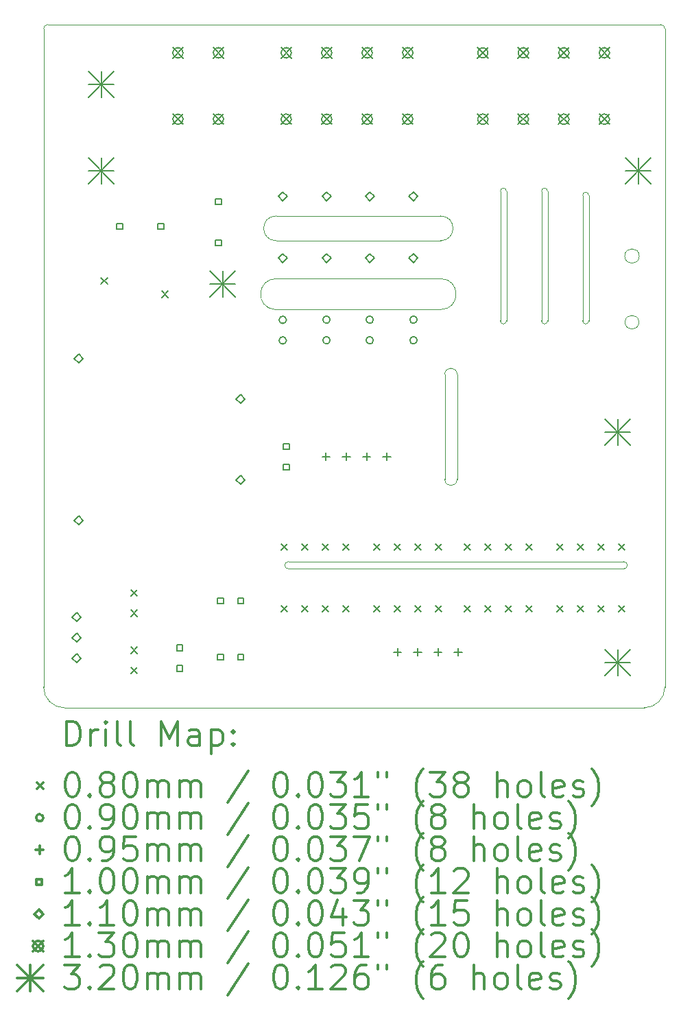
<source format=gbr>
%FSLAX45Y45*%
G04 Gerber Fmt 4.5, Leading zero omitted, Abs format (unit mm)*
G04 Created by KiCad (PCBNEW (5.1.6)-1) date 2021-11-13 02:39:44*
%MOMM*%
%LPD*%
G01*
G04 APERTURE LIST*
%TA.AperFunction,Profile*%
%ADD10C,0.050000*%
%TD*%
%TA.AperFunction,Profile*%
%ADD11C,0.100000*%
%TD*%
%ADD12C,0.200000*%
%ADD13C,0.300000*%
G04 APERTURE END LIST*
D10*
X15386050Y-9404350D02*
G75*
G02*
X15386050Y-9099550I0J152400D01*
G01*
X17418050Y-9099550D02*
G75*
G02*
X17418050Y-9404350I0J-152400D01*
G01*
X19678650Y-13366750D02*
G75*
G02*
X19678650Y-13455650I0J-44450D01*
G01*
X15538450Y-13455650D02*
G75*
G02*
X15538450Y-13366750I0J44450D01*
G01*
X19246850Y-10394950D02*
G75*
G02*
X19170650Y-10394950I-38100J0D01*
G01*
D11*
X19246850Y-8845550D02*
X19246850Y-10394950D01*
X19170650Y-10394950D02*
X19170650Y-8845550D01*
D10*
X19170650Y-8845550D02*
G75*
G02*
X19246850Y-8845550I38100J0D01*
G01*
X18738850Y-10394950D02*
G75*
G02*
X18662650Y-10394950I-38100J0D01*
G01*
D11*
X18738850Y-8794750D02*
X18738850Y-10394950D01*
X18662650Y-10394950D02*
X18662650Y-8794750D01*
D10*
X18662650Y-8794750D02*
G75*
G02*
X18738850Y-8794750I38100J0D01*
G01*
X18154650Y-8794750D02*
G75*
G02*
X18230850Y-8794750I38100J0D01*
G01*
X18230850Y-10394950D02*
G75*
G02*
X18154650Y-10394950I-38100J0D01*
G01*
D11*
X18230850Y-8794750D02*
X18230850Y-10394950D01*
X18154650Y-10394950D02*
X18154650Y-8794750D01*
X17418050Y-9404350D02*
X15386050Y-9404350D01*
X15386050Y-9099550D02*
X17418050Y-9099550D01*
D10*
X12515850Y-6788150D02*
G75*
G02*
X12566650Y-6737350I50800J0D01*
G01*
X17621250Y-12350750D02*
G75*
G02*
X17468850Y-12350750I-76200J0D01*
G01*
X17468850Y-11055350D02*
G75*
G02*
X17621250Y-11055350I76200J0D01*
G01*
D11*
X17621250Y-11055350D02*
X17621250Y-12350750D01*
X17468850Y-12350750D02*
X17468850Y-11055350D01*
X15538450Y-13366750D02*
X19678650Y-13366750D01*
X19678650Y-13455650D02*
X15538450Y-13455650D01*
D10*
X17418050Y-9874250D02*
G75*
G02*
X17418050Y-10255250I0J-190500D01*
G01*
X20135850Y-6737350D02*
G75*
G02*
X20186650Y-6788150I0J-50800D01*
G01*
X20186650Y-14916150D02*
G75*
G02*
X19932650Y-15170150I-254000J0D01*
G01*
X12769850Y-15170150D02*
G75*
G02*
X12515850Y-14916150I0J254000D01*
G01*
X19865681Y-10411120D02*
G75*
G03*
X19865681Y-10411120I-85431J0D01*
G01*
X19870053Y-9594850D02*
G75*
G03*
X19870053Y-9594850I-89803J0D01*
G01*
X15371490Y-10254693D02*
G75*
G02*
X15386050Y-9874250I14560J189943D01*
G01*
D11*
X15386050Y-9874250D02*
X17418050Y-9874250D01*
X17418050Y-10255250D02*
X15371490Y-10254693D01*
D10*
X12515850Y-14916150D02*
X12515850Y-6788150D01*
X20135850Y-6737350D02*
X12566650Y-6737350D01*
X19932650Y-15170150D02*
X12769850Y-15170150D01*
X20186650Y-14916150D02*
X20186650Y-6788150D01*
D12*
X17706850Y-13147350D02*
X17786850Y-13227350D01*
X17786850Y-13147350D02*
X17706850Y-13227350D01*
X17706850Y-13909350D02*
X17786850Y-13989350D01*
X17786850Y-13909350D02*
X17706850Y-13989350D01*
X17960850Y-13147350D02*
X18040850Y-13227350D01*
X18040850Y-13147350D02*
X17960850Y-13227350D01*
X17960850Y-13909350D02*
X18040850Y-13989350D01*
X18040850Y-13909350D02*
X17960850Y-13989350D01*
X18214850Y-13147350D02*
X18294850Y-13227350D01*
X18294850Y-13147350D02*
X18214850Y-13227350D01*
X18214850Y-13909350D02*
X18294850Y-13989350D01*
X18294850Y-13909350D02*
X18214850Y-13989350D01*
X18468850Y-13147350D02*
X18548850Y-13227350D01*
X18548850Y-13147350D02*
X18468850Y-13227350D01*
X18468850Y-13909350D02*
X18548850Y-13989350D01*
X18548850Y-13909350D02*
X18468850Y-13989350D01*
X15446250Y-13147350D02*
X15526250Y-13227350D01*
X15526250Y-13147350D02*
X15446250Y-13227350D01*
X15446250Y-13909350D02*
X15526250Y-13989350D01*
X15526250Y-13909350D02*
X15446250Y-13989350D01*
X15700250Y-13147350D02*
X15780250Y-13227350D01*
X15780250Y-13147350D02*
X15700250Y-13227350D01*
X15700250Y-13909350D02*
X15780250Y-13989350D01*
X15780250Y-13909350D02*
X15700250Y-13989350D01*
X15954250Y-13147350D02*
X16034250Y-13227350D01*
X16034250Y-13147350D02*
X15954250Y-13227350D01*
X15954250Y-13909350D02*
X16034250Y-13989350D01*
X16034250Y-13909350D02*
X15954250Y-13989350D01*
X16208250Y-13147350D02*
X16288250Y-13227350D01*
X16288250Y-13147350D02*
X16208250Y-13227350D01*
X16208250Y-13909350D02*
X16288250Y-13989350D01*
X16288250Y-13909350D02*
X16208250Y-13989350D01*
X18849850Y-13147350D02*
X18929850Y-13227350D01*
X18929850Y-13147350D02*
X18849850Y-13227350D01*
X18849850Y-13909350D02*
X18929850Y-13989350D01*
X18929850Y-13909350D02*
X18849850Y-13989350D01*
X19103850Y-13147350D02*
X19183850Y-13227350D01*
X19183850Y-13147350D02*
X19103850Y-13227350D01*
X19103850Y-13909350D02*
X19183850Y-13989350D01*
X19183850Y-13909350D02*
X19103850Y-13989350D01*
X19357850Y-13147350D02*
X19437850Y-13227350D01*
X19437850Y-13147350D02*
X19357850Y-13227350D01*
X19357850Y-13909350D02*
X19437850Y-13989350D01*
X19437850Y-13909350D02*
X19357850Y-13989350D01*
X19611850Y-13147350D02*
X19691850Y-13227350D01*
X19691850Y-13147350D02*
X19611850Y-13227350D01*
X19611850Y-13909350D02*
X19691850Y-13989350D01*
X19691850Y-13909350D02*
X19611850Y-13989350D01*
X16589250Y-13147350D02*
X16669250Y-13227350D01*
X16669250Y-13147350D02*
X16589250Y-13227350D01*
X16589250Y-13909350D02*
X16669250Y-13989350D01*
X16669250Y-13909350D02*
X16589250Y-13989350D01*
X16843250Y-13147350D02*
X16923250Y-13227350D01*
X16923250Y-13147350D02*
X16843250Y-13227350D01*
X16843250Y-13909350D02*
X16923250Y-13989350D01*
X16923250Y-13909350D02*
X16843250Y-13989350D01*
X17097250Y-13147350D02*
X17177250Y-13227350D01*
X17177250Y-13147350D02*
X17097250Y-13227350D01*
X17097250Y-13909350D02*
X17177250Y-13989350D01*
X17177250Y-13909350D02*
X17097250Y-13989350D01*
X17351250Y-13147350D02*
X17431250Y-13227350D01*
X17431250Y-13147350D02*
X17351250Y-13227350D01*
X17351250Y-13909350D02*
X17431250Y-13989350D01*
X17431250Y-13909350D02*
X17351250Y-13989350D01*
X13593450Y-13711750D02*
X13673450Y-13791750D01*
X13673450Y-13711750D02*
X13593450Y-13791750D01*
X13593450Y-13961750D02*
X13673450Y-14041750D01*
X13673450Y-13961750D02*
X13593450Y-14041750D01*
X13224450Y-9861417D02*
X13304450Y-9941417D01*
X13304450Y-9861417D02*
X13224450Y-9941417D01*
X13974450Y-10024750D02*
X14054450Y-10104750D01*
X14054450Y-10024750D02*
X13974450Y-10104750D01*
X13593450Y-14418950D02*
X13673450Y-14498950D01*
X13673450Y-14418950D02*
X13593450Y-14498950D01*
X13593450Y-14668950D02*
X13673450Y-14748950D01*
X13673450Y-14668950D02*
X13593450Y-14748950D01*
X17127550Y-10380300D02*
G75*
G03*
X17127550Y-10380300I-45000J0D01*
G01*
X17127550Y-10634300D02*
G75*
G03*
X17127550Y-10634300I-45000J0D01*
G01*
X16053350Y-10380300D02*
G75*
G03*
X16053350Y-10380300I-45000J0D01*
G01*
X16053350Y-10634300D02*
G75*
G03*
X16053350Y-10634300I-45000J0D01*
G01*
X15513600Y-10382250D02*
G75*
G03*
X15513600Y-10382250I-45000J0D01*
G01*
X15513600Y-10636250D02*
G75*
G03*
X15513600Y-10636250I-45000J0D01*
G01*
X16587800Y-10380300D02*
G75*
G03*
X16587800Y-10380300I-45000J0D01*
G01*
X16587800Y-10634300D02*
G75*
G03*
X16587800Y-10634300I-45000J0D01*
G01*
X16003650Y-12023850D02*
X16003650Y-12118850D01*
X15956150Y-12071350D02*
X16051150Y-12071350D01*
X16253650Y-12023850D02*
X16253650Y-12118850D01*
X16206150Y-12071350D02*
X16301150Y-12071350D01*
X16503650Y-12023850D02*
X16503650Y-12118850D01*
X16456150Y-12071350D02*
X16551150Y-12071350D01*
X16753650Y-12023850D02*
X16753650Y-12118850D01*
X16706150Y-12071350D02*
X16801150Y-12071350D01*
X16884650Y-14436850D02*
X16884650Y-14531850D01*
X16837150Y-14484350D02*
X16932150Y-14484350D01*
X17134650Y-14436850D02*
X17134650Y-14531850D01*
X17087150Y-14484350D02*
X17182150Y-14484350D01*
X17384650Y-14436850D02*
X17384650Y-14531850D01*
X17337150Y-14484350D02*
X17432150Y-14484350D01*
X17634650Y-14436850D02*
X17634650Y-14531850D01*
X17587150Y-14484350D02*
X17682150Y-14484350D01*
X15548406Y-11979706D02*
X15548406Y-11908994D01*
X15477694Y-11908994D01*
X15477694Y-11979706D01*
X15548406Y-11979706D01*
X15548406Y-12233706D02*
X15548406Y-12162994D01*
X15477694Y-12162994D01*
X15477694Y-12233706D01*
X15548406Y-12233706D01*
X14710206Y-8957106D02*
X14710206Y-8886394D01*
X14639494Y-8886394D01*
X14639494Y-8957106D01*
X14710206Y-8957106D01*
X14710206Y-9465106D02*
X14710206Y-9394394D01*
X14639494Y-9394394D01*
X14639494Y-9465106D01*
X14710206Y-9465106D01*
X14232686Y-14466366D02*
X14232686Y-14395654D01*
X14161974Y-14395654D01*
X14161974Y-14466366D01*
X14232686Y-14466366D01*
X14232686Y-14720366D02*
X14232686Y-14649654D01*
X14161974Y-14649654D01*
X14161974Y-14720366D01*
X14232686Y-14720366D01*
X14735606Y-13884706D02*
X14735606Y-13813994D01*
X14664894Y-13813994D01*
X14664894Y-13884706D01*
X14735606Y-13884706D01*
X14985606Y-13884706D02*
X14985606Y-13813994D01*
X14914894Y-13813994D01*
X14914894Y-13884706D01*
X14985606Y-13884706D01*
X13491006Y-9261906D02*
X13491006Y-9191194D01*
X13420294Y-9191194D01*
X13420294Y-9261906D01*
X13491006Y-9261906D01*
X13999006Y-9261906D02*
X13999006Y-9191194D01*
X13928294Y-9191194D01*
X13928294Y-9261906D01*
X13999006Y-9261906D01*
X14734526Y-14580666D02*
X14734526Y-14509954D01*
X14663814Y-14509954D01*
X14663814Y-14580666D01*
X14734526Y-14580666D01*
X14984526Y-14580666D02*
X14984526Y-14509954D01*
X14913814Y-14509954D01*
X14913814Y-14580666D01*
X14984526Y-14580666D01*
X16008350Y-8911300D02*
X16063350Y-8856300D01*
X16008350Y-8801300D01*
X15953350Y-8856300D01*
X16008350Y-8911300D01*
X16008350Y-9673300D02*
X16063350Y-9618300D01*
X16008350Y-9563300D01*
X15953350Y-9618300D01*
X16008350Y-9673300D01*
X15468600Y-8913250D02*
X15523600Y-8858250D01*
X15468600Y-8803250D01*
X15413600Y-8858250D01*
X15468600Y-8913250D01*
X15468600Y-9675250D02*
X15523600Y-9620250D01*
X15468600Y-9565250D01*
X15413600Y-9620250D01*
X15468600Y-9675250D01*
X16542800Y-8911300D02*
X16597800Y-8856300D01*
X16542800Y-8801300D01*
X16487800Y-8856300D01*
X16542800Y-8911300D01*
X16542800Y-9673300D02*
X16597800Y-9618300D01*
X16542800Y-9563300D01*
X16487800Y-9618300D01*
X16542800Y-9673300D01*
X12947650Y-10913750D02*
X13002650Y-10858750D01*
X12947650Y-10803750D01*
X12892650Y-10858750D01*
X12947650Y-10913750D01*
X12947650Y-12913750D02*
X13002650Y-12858750D01*
X12947650Y-12803750D01*
X12892650Y-12858750D01*
X12947650Y-12913750D01*
X14947650Y-11413750D02*
X15002650Y-11358750D01*
X14947650Y-11303750D01*
X14892650Y-11358750D01*
X14947650Y-11413750D01*
X14947650Y-12413750D02*
X15002650Y-12358750D01*
X14947650Y-12303750D01*
X14892650Y-12358750D01*
X14947650Y-12413750D01*
X17082550Y-8911300D02*
X17137550Y-8856300D01*
X17082550Y-8801300D01*
X17027550Y-8856300D01*
X17082550Y-8911300D01*
X17082550Y-9673300D02*
X17137550Y-9618300D01*
X17082550Y-9563300D01*
X17027550Y-9618300D01*
X17082550Y-9673300D01*
X12922250Y-14107550D02*
X12977250Y-14052550D01*
X12922250Y-13997550D01*
X12867250Y-14052550D01*
X12922250Y-14107550D01*
X12922250Y-14361550D02*
X12977250Y-14306550D01*
X12922250Y-14251550D01*
X12867250Y-14306550D01*
X12922250Y-14361550D01*
X12922250Y-14615550D02*
X12977250Y-14560550D01*
X12922250Y-14505550D01*
X12867250Y-14560550D01*
X12922250Y-14615550D01*
X17873980Y-7020980D02*
X18003520Y-7150520D01*
X18003520Y-7020980D02*
X17873980Y-7150520D01*
X18003520Y-7085750D02*
G75*
G03*
X18003520Y-7085750I-64770J0D01*
G01*
X17873980Y-7840980D02*
X18003520Y-7970520D01*
X18003520Y-7840980D02*
X17873980Y-7970520D01*
X18003520Y-7905750D02*
G75*
G03*
X18003520Y-7905750I-64770J0D01*
G01*
X18373980Y-7020980D02*
X18503520Y-7150520D01*
X18503520Y-7020980D02*
X18373980Y-7150520D01*
X18503520Y-7085750D02*
G75*
G03*
X18503520Y-7085750I-64770J0D01*
G01*
X18373980Y-7840980D02*
X18503520Y-7970520D01*
X18503520Y-7840980D02*
X18373980Y-7970520D01*
X18503520Y-7905750D02*
G75*
G03*
X18503520Y-7905750I-64770J0D01*
G01*
X18873980Y-7020980D02*
X19003520Y-7150520D01*
X19003520Y-7020980D02*
X18873980Y-7150520D01*
X19003520Y-7085750D02*
G75*
G03*
X19003520Y-7085750I-64770J0D01*
G01*
X18873980Y-7840980D02*
X19003520Y-7970520D01*
X19003520Y-7840980D02*
X18873980Y-7970520D01*
X19003520Y-7905750D02*
G75*
G03*
X19003520Y-7905750I-64770J0D01*
G01*
X19373980Y-7020980D02*
X19503520Y-7150520D01*
X19503520Y-7020980D02*
X19373980Y-7150520D01*
X19503520Y-7085750D02*
G75*
G03*
X19503520Y-7085750I-64770J0D01*
G01*
X19373980Y-7840980D02*
X19503520Y-7970520D01*
X19503520Y-7840980D02*
X19373980Y-7970520D01*
X19503520Y-7905750D02*
G75*
G03*
X19503520Y-7905750I-64770J0D01*
G01*
X15446880Y-7020980D02*
X15576420Y-7150520D01*
X15576420Y-7020980D02*
X15446880Y-7150520D01*
X15576420Y-7085750D02*
G75*
G03*
X15576420Y-7085750I-64770J0D01*
G01*
X15446880Y-7840980D02*
X15576420Y-7970520D01*
X15576420Y-7840980D02*
X15446880Y-7970520D01*
X15576420Y-7905750D02*
G75*
G03*
X15576420Y-7905750I-64770J0D01*
G01*
X15946880Y-7020980D02*
X16076420Y-7150520D01*
X16076420Y-7020980D02*
X15946880Y-7150520D01*
X16076420Y-7085750D02*
G75*
G03*
X16076420Y-7085750I-64770J0D01*
G01*
X15946880Y-7840980D02*
X16076420Y-7970520D01*
X16076420Y-7840980D02*
X15946880Y-7970520D01*
X16076420Y-7905750D02*
G75*
G03*
X16076420Y-7905750I-64770J0D01*
G01*
X16446880Y-7020980D02*
X16576420Y-7150520D01*
X16576420Y-7020980D02*
X16446880Y-7150520D01*
X16576420Y-7085750D02*
G75*
G03*
X16576420Y-7085750I-64770J0D01*
G01*
X16446880Y-7840980D02*
X16576420Y-7970520D01*
X16576420Y-7840980D02*
X16446880Y-7970520D01*
X16576420Y-7905750D02*
G75*
G03*
X16576420Y-7905750I-64770J0D01*
G01*
X16946880Y-7020980D02*
X17076420Y-7150520D01*
X17076420Y-7020980D02*
X16946880Y-7150520D01*
X17076420Y-7085750D02*
G75*
G03*
X17076420Y-7085750I-64770J0D01*
G01*
X16946880Y-7840980D02*
X17076420Y-7970520D01*
X17076420Y-7840980D02*
X16946880Y-7970520D01*
X17076420Y-7905750D02*
G75*
G03*
X17076420Y-7905750I-64770J0D01*
G01*
X14110080Y-7020980D02*
X14239620Y-7150520D01*
X14239620Y-7020980D02*
X14110080Y-7150520D01*
X14239620Y-7085750D02*
G75*
G03*
X14239620Y-7085750I-64770J0D01*
G01*
X14110080Y-7840980D02*
X14239620Y-7970520D01*
X14239620Y-7840980D02*
X14110080Y-7970520D01*
X14239620Y-7905750D02*
G75*
G03*
X14239620Y-7905750I-64770J0D01*
G01*
X14610080Y-7020980D02*
X14739620Y-7150520D01*
X14739620Y-7020980D02*
X14610080Y-7150520D01*
X14739620Y-7085750D02*
G75*
G03*
X14739620Y-7085750I-64770J0D01*
G01*
X14610080Y-7840980D02*
X14739620Y-7970520D01*
X14739620Y-7840980D02*
X14610080Y-7970520D01*
X14739620Y-7905750D02*
G75*
G03*
X14739620Y-7905750I-64770J0D01*
G01*
X19442450Y-11606550D02*
X19762450Y-11926550D01*
X19762450Y-11606550D02*
X19442450Y-11926550D01*
X19602450Y-11606550D02*
X19602450Y-11926550D01*
X19442450Y-11766550D02*
X19762450Y-11766550D01*
X13067050Y-8380750D02*
X13387050Y-8700750D01*
X13387050Y-8380750D02*
X13067050Y-8700750D01*
X13227050Y-8380750D02*
X13227050Y-8700750D01*
X13067050Y-8540750D02*
X13387050Y-8540750D01*
X19442450Y-14451350D02*
X19762450Y-14771350D01*
X19762450Y-14451350D02*
X19442450Y-14771350D01*
X19602450Y-14451350D02*
X19602450Y-14771350D01*
X19442450Y-14611350D02*
X19762450Y-14611350D01*
X19696450Y-8380750D02*
X20016450Y-8700750D01*
X20016450Y-8380750D02*
X19696450Y-8700750D01*
X19856450Y-8380750D02*
X19856450Y-8700750D01*
X19696450Y-8540750D02*
X20016450Y-8540750D01*
X13067050Y-7313950D02*
X13387050Y-7633950D01*
X13387050Y-7313950D02*
X13067050Y-7633950D01*
X13227050Y-7313950D02*
X13227050Y-7633950D01*
X13067050Y-7473950D02*
X13387050Y-7473950D01*
X14565650Y-9777750D02*
X14885650Y-10097750D01*
X14885650Y-9777750D02*
X14565650Y-10097750D01*
X14725650Y-9777750D02*
X14725650Y-10097750D01*
X14565650Y-9937750D02*
X14885650Y-9937750D01*
D13*
X12799778Y-15638364D02*
X12799778Y-15338364D01*
X12871207Y-15338364D01*
X12914064Y-15352650D01*
X12942636Y-15381221D01*
X12956921Y-15409793D01*
X12971207Y-15466936D01*
X12971207Y-15509793D01*
X12956921Y-15566936D01*
X12942636Y-15595507D01*
X12914064Y-15624079D01*
X12871207Y-15638364D01*
X12799778Y-15638364D01*
X13099778Y-15638364D02*
X13099778Y-15438364D01*
X13099778Y-15495507D02*
X13114064Y-15466936D01*
X13128350Y-15452650D01*
X13156921Y-15438364D01*
X13185493Y-15438364D01*
X13285493Y-15638364D02*
X13285493Y-15438364D01*
X13285493Y-15338364D02*
X13271207Y-15352650D01*
X13285493Y-15366936D01*
X13299778Y-15352650D01*
X13285493Y-15338364D01*
X13285493Y-15366936D01*
X13471207Y-15638364D02*
X13442636Y-15624079D01*
X13428350Y-15595507D01*
X13428350Y-15338364D01*
X13628350Y-15638364D02*
X13599778Y-15624079D01*
X13585493Y-15595507D01*
X13585493Y-15338364D01*
X13971207Y-15638364D02*
X13971207Y-15338364D01*
X14071207Y-15552650D01*
X14171207Y-15338364D01*
X14171207Y-15638364D01*
X14442636Y-15638364D02*
X14442636Y-15481221D01*
X14428350Y-15452650D01*
X14399778Y-15438364D01*
X14342636Y-15438364D01*
X14314064Y-15452650D01*
X14442636Y-15624079D02*
X14414064Y-15638364D01*
X14342636Y-15638364D01*
X14314064Y-15624079D01*
X14299778Y-15595507D01*
X14299778Y-15566936D01*
X14314064Y-15538364D01*
X14342636Y-15524079D01*
X14414064Y-15524079D01*
X14442636Y-15509793D01*
X14585493Y-15438364D02*
X14585493Y-15738364D01*
X14585493Y-15452650D02*
X14614064Y-15438364D01*
X14671207Y-15438364D01*
X14699778Y-15452650D01*
X14714064Y-15466936D01*
X14728350Y-15495507D01*
X14728350Y-15581221D01*
X14714064Y-15609793D01*
X14699778Y-15624079D01*
X14671207Y-15638364D01*
X14614064Y-15638364D01*
X14585493Y-15624079D01*
X14856921Y-15609793D02*
X14871207Y-15624079D01*
X14856921Y-15638364D01*
X14842636Y-15624079D01*
X14856921Y-15609793D01*
X14856921Y-15638364D01*
X14856921Y-15452650D02*
X14871207Y-15466936D01*
X14856921Y-15481221D01*
X14842636Y-15466936D01*
X14856921Y-15452650D01*
X14856921Y-15481221D01*
X12433350Y-16092650D02*
X12513350Y-16172650D01*
X12513350Y-16092650D02*
X12433350Y-16172650D01*
X12856921Y-15968364D02*
X12885493Y-15968364D01*
X12914064Y-15982650D01*
X12928350Y-15996936D01*
X12942636Y-16025507D01*
X12956921Y-16082650D01*
X12956921Y-16154079D01*
X12942636Y-16211221D01*
X12928350Y-16239793D01*
X12914064Y-16254079D01*
X12885493Y-16268364D01*
X12856921Y-16268364D01*
X12828350Y-16254079D01*
X12814064Y-16239793D01*
X12799778Y-16211221D01*
X12785493Y-16154079D01*
X12785493Y-16082650D01*
X12799778Y-16025507D01*
X12814064Y-15996936D01*
X12828350Y-15982650D01*
X12856921Y-15968364D01*
X13085493Y-16239793D02*
X13099778Y-16254079D01*
X13085493Y-16268364D01*
X13071207Y-16254079D01*
X13085493Y-16239793D01*
X13085493Y-16268364D01*
X13271207Y-16096936D02*
X13242636Y-16082650D01*
X13228350Y-16068364D01*
X13214064Y-16039793D01*
X13214064Y-16025507D01*
X13228350Y-15996936D01*
X13242636Y-15982650D01*
X13271207Y-15968364D01*
X13328350Y-15968364D01*
X13356921Y-15982650D01*
X13371207Y-15996936D01*
X13385493Y-16025507D01*
X13385493Y-16039793D01*
X13371207Y-16068364D01*
X13356921Y-16082650D01*
X13328350Y-16096936D01*
X13271207Y-16096936D01*
X13242636Y-16111221D01*
X13228350Y-16125507D01*
X13214064Y-16154079D01*
X13214064Y-16211221D01*
X13228350Y-16239793D01*
X13242636Y-16254079D01*
X13271207Y-16268364D01*
X13328350Y-16268364D01*
X13356921Y-16254079D01*
X13371207Y-16239793D01*
X13385493Y-16211221D01*
X13385493Y-16154079D01*
X13371207Y-16125507D01*
X13356921Y-16111221D01*
X13328350Y-16096936D01*
X13571207Y-15968364D02*
X13599778Y-15968364D01*
X13628350Y-15982650D01*
X13642636Y-15996936D01*
X13656921Y-16025507D01*
X13671207Y-16082650D01*
X13671207Y-16154079D01*
X13656921Y-16211221D01*
X13642636Y-16239793D01*
X13628350Y-16254079D01*
X13599778Y-16268364D01*
X13571207Y-16268364D01*
X13542636Y-16254079D01*
X13528350Y-16239793D01*
X13514064Y-16211221D01*
X13499778Y-16154079D01*
X13499778Y-16082650D01*
X13514064Y-16025507D01*
X13528350Y-15996936D01*
X13542636Y-15982650D01*
X13571207Y-15968364D01*
X13799778Y-16268364D02*
X13799778Y-16068364D01*
X13799778Y-16096936D02*
X13814064Y-16082650D01*
X13842636Y-16068364D01*
X13885493Y-16068364D01*
X13914064Y-16082650D01*
X13928350Y-16111221D01*
X13928350Y-16268364D01*
X13928350Y-16111221D02*
X13942636Y-16082650D01*
X13971207Y-16068364D01*
X14014064Y-16068364D01*
X14042636Y-16082650D01*
X14056921Y-16111221D01*
X14056921Y-16268364D01*
X14199778Y-16268364D02*
X14199778Y-16068364D01*
X14199778Y-16096936D02*
X14214064Y-16082650D01*
X14242636Y-16068364D01*
X14285493Y-16068364D01*
X14314064Y-16082650D01*
X14328350Y-16111221D01*
X14328350Y-16268364D01*
X14328350Y-16111221D02*
X14342636Y-16082650D01*
X14371207Y-16068364D01*
X14414064Y-16068364D01*
X14442636Y-16082650D01*
X14456921Y-16111221D01*
X14456921Y-16268364D01*
X15042636Y-15954079D02*
X14785493Y-16339793D01*
X15428350Y-15968364D02*
X15456921Y-15968364D01*
X15485493Y-15982650D01*
X15499778Y-15996936D01*
X15514064Y-16025507D01*
X15528350Y-16082650D01*
X15528350Y-16154079D01*
X15514064Y-16211221D01*
X15499778Y-16239793D01*
X15485493Y-16254079D01*
X15456921Y-16268364D01*
X15428350Y-16268364D01*
X15399778Y-16254079D01*
X15385493Y-16239793D01*
X15371207Y-16211221D01*
X15356921Y-16154079D01*
X15356921Y-16082650D01*
X15371207Y-16025507D01*
X15385493Y-15996936D01*
X15399778Y-15982650D01*
X15428350Y-15968364D01*
X15656921Y-16239793D02*
X15671207Y-16254079D01*
X15656921Y-16268364D01*
X15642636Y-16254079D01*
X15656921Y-16239793D01*
X15656921Y-16268364D01*
X15856921Y-15968364D02*
X15885493Y-15968364D01*
X15914064Y-15982650D01*
X15928350Y-15996936D01*
X15942636Y-16025507D01*
X15956921Y-16082650D01*
X15956921Y-16154079D01*
X15942636Y-16211221D01*
X15928350Y-16239793D01*
X15914064Y-16254079D01*
X15885493Y-16268364D01*
X15856921Y-16268364D01*
X15828350Y-16254079D01*
X15814064Y-16239793D01*
X15799778Y-16211221D01*
X15785493Y-16154079D01*
X15785493Y-16082650D01*
X15799778Y-16025507D01*
X15814064Y-15996936D01*
X15828350Y-15982650D01*
X15856921Y-15968364D01*
X16056921Y-15968364D02*
X16242636Y-15968364D01*
X16142636Y-16082650D01*
X16185493Y-16082650D01*
X16214064Y-16096936D01*
X16228350Y-16111221D01*
X16242636Y-16139793D01*
X16242636Y-16211221D01*
X16228350Y-16239793D01*
X16214064Y-16254079D01*
X16185493Y-16268364D01*
X16099778Y-16268364D01*
X16071207Y-16254079D01*
X16056921Y-16239793D01*
X16528350Y-16268364D02*
X16356921Y-16268364D01*
X16442636Y-16268364D02*
X16442636Y-15968364D01*
X16414064Y-16011221D01*
X16385493Y-16039793D01*
X16356921Y-16054079D01*
X16642636Y-15968364D02*
X16642636Y-16025507D01*
X16756921Y-15968364D02*
X16756921Y-16025507D01*
X17199778Y-16382650D02*
X17185493Y-16368364D01*
X17156921Y-16325507D01*
X17142636Y-16296936D01*
X17128350Y-16254079D01*
X17114064Y-16182650D01*
X17114064Y-16125507D01*
X17128350Y-16054079D01*
X17142636Y-16011221D01*
X17156921Y-15982650D01*
X17185493Y-15939793D01*
X17199778Y-15925507D01*
X17285493Y-15968364D02*
X17471207Y-15968364D01*
X17371207Y-16082650D01*
X17414064Y-16082650D01*
X17442636Y-16096936D01*
X17456921Y-16111221D01*
X17471207Y-16139793D01*
X17471207Y-16211221D01*
X17456921Y-16239793D01*
X17442636Y-16254079D01*
X17414064Y-16268364D01*
X17328350Y-16268364D01*
X17299778Y-16254079D01*
X17285493Y-16239793D01*
X17642636Y-16096936D02*
X17614064Y-16082650D01*
X17599778Y-16068364D01*
X17585493Y-16039793D01*
X17585493Y-16025507D01*
X17599778Y-15996936D01*
X17614064Y-15982650D01*
X17642636Y-15968364D01*
X17699778Y-15968364D01*
X17728350Y-15982650D01*
X17742636Y-15996936D01*
X17756921Y-16025507D01*
X17756921Y-16039793D01*
X17742636Y-16068364D01*
X17728350Y-16082650D01*
X17699778Y-16096936D01*
X17642636Y-16096936D01*
X17614064Y-16111221D01*
X17599778Y-16125507D01*
X17585493Y-16154079D01*
X17585493Y-16211221D01*
X17599778Y-16239793D01*
X17614064Y-16254079D01*
X17642636Y-16268364D01*
X17699778Y-16268364D01*
X17728350Y-16254079D01*
X17742636Y-16239793D01*
X17756921Y-16211221D01*
X17756921Y-16154079D01*
X17742636Y-16125507D01*
X17728350Y-16111221D01*
X17699778Y-16096936D01*
X18114064Y-16268364D02*
X18114064Y-15968364D01*
X18242636Y-16268364D02*
X18242636Y-16111221D01*
X18228350Y-16082650D01*
X18199778Y-16068364D01*
X18156921Y-16068364D01*
X18128350Y-16082650D01*
X18114064Y-16096936D01*
X18428350Y-16268364D02*
X18399778Y-16254079D01*
X18385493Y-16239793D01*
X18371207Y-16211221D01*
X18371207Y-16125507D01*
X18385493Y-16096936D01*
X18399778Y-16082650D01*
X18428350Y-16068364D01*
X18471207Y-16068364D01*
X18499778Y-16082650D01*
X18514064Y-16096936D01*
X18528350Y-16125507D01*
X18528350Y-16211221D01*
X18514064Y-16239793D01*
X18499778Y-16254079D01*
X18471207Y-16268364D01*
X18428350Y-16268364D01*
X18699778Y-16268364D02*
X18671207Y-16254079D01*
X18656921Y-16225507D01*
X18656921Y-15968364D01*
X18928350Y-16254079D02*
X18899778Y-16268364D01*
X18842636Y-16268364D01*
X18814064Y-16254079D01*
X18799778Y-16225507D01*
X18799778Y-16111221D01*
X18814064Y-16082650D01*
X18842636Y-16068364D01*
X18899778Y-16068364D01*
X18928350Y-16082650D01*
X18942636Y-16111221D01*
X18942636Y-16139793D01*
X18799778Y-16168364D01*
X19056921Y-16254079D02*
X19085493Y-16268364D01*
X19142636Y-16268364D01*
X19171207Y-16254079D01*
X19185493Y-16225507D01*
X19185493Y-16211221D01*
X19171207Y-16182650D01*
X19142636Y-16168364D01*
X19099778Y-16168364D01*
X19071207Y-16154079D01*
X19056921Y-16125507D01*
X19056921Y-16111221D01*
X19071207Y-16082650D01*
X19099778Y-16068364D01*
X19142636Y-16068364D01*
X19171207Y-16082650D01*
X19285493Y-16382650D02*
X19299778Y-16368364D01*
X19328350Y-16325507D01*
X19342636Y-16296936D01*
X19356921Y-16254079D01*
X19371207Y-16182650D01*
X19371207Y-16125507D01*
X19356921Y-16054079D01*
X19342636Y-16011221D01*
X19328350Y-15982650D01*
X19299778Y-15939793D01*
X19285493Y-15925507D01*
X12513350Y-16528650D02*
G75*
G03*
X12513350Y-16528650I-45000J0D01*
G01*
X12856921Y-16364364D02*
X12885493Y-16364364D01*
X12914064Y-16378650D01*
X12928350Y-16392936D01*
X12942636Y-16421507D01*
X12956921Y-16478650D01*
X12956921Y-16550079D01*
X12942636Y-16607221D01*
X12928350Y-16635793D01*
X12914064Y-16650079D01*
X12885493Y-16664364D01*
X12856921Y-16664364D01*
X12828350Y-16650079D01*
X12814064Y-16635793D01*
X12799778Y-16607221D01*
X12785493Y-16550079D01*
X12785493Y-16478650D01*
X12799778Y-16421507D01*
X12814064Y-16392936D01*
X12828350Y-16378650D01*
X12856921Y-16364364D01*
X13085493Y-16635793D02*
X13099778Y-16650079D01*
X13085493Y-16664364D01*
X13071207Y-16650079D01*
X13085493Y-16635793D01*
X13085493Y-16664364D01*
X13242636Y-16664364D02*
X13299778Y-16664364D01*
X13328350Y-16650079D01*
X13342636Y-16635793D01*
X13371207Y-16592936D01*
X13385493Y-16535793D01*
X13385493Y-16421507D01*
X13371207Y-16392936D01*
X13356921Y-16378650D01*
X13328350Y-16364364D01*
X13271207Y-16364364D01*
X13242636Y-16378650D01*
X13228350Y-16392936D01*
X13214064Y-16421507D01*
X13214064Y-16492936D01*
X13228350Y-16521507D01*
X13242636Y-16535793D01*
X13271207Y-16550079D01*
X13328350Y-16550079D01*
X13356921Y-16535793D01*
X13371207Y-16521507D01*
X13385493Y-16492936D01*
X13571207Y-16364364D02*
X13599778Y-16364364D01*
X13628350Y-16378650D01*
X13642636Y-16392936D01*
X13656921Y-16421507D01*
X13671207Y-16478650D01*
X13671207Y-16550079D01*
X13656921Y-16607221D01*
X13642636Y-16635793D01*
X13628350Y-16650079D01*
X13599778Y-16664364D01*
X13571207Y-16664364D01*
X13542636Y-16650079D01*
X13528350Y-16635793D01*
X13514064Y-16607221D01*
X13499778Y-16550079D01*
X13499778Y-16478650D01*
X13514064Y-16421507D01*
X13528350Y-16392936D01*
X13542636Y-16378650D01*
X13571207Y-16364364D01*
X13799778Y-16664364D02*
X13799778Y-16464364D01*
X13799778Y-16492936D02*
X13814064Y-16478650D01*
X13842636Y-16464364D01*
X13885493Y-16464364D01*
X13914064Y-16478650D01*
X13928350Y-16507221D01*
X13928350Y-16664364D01*
X13928350Y-16507221D02*
X13942636Y-16478650D01*
X13971207Y-16464364D01*
X14014064Y-16464364D01*
X14042636Y-16478650D01*
X14056921Y-16507221D01*
X14056921Y-16664364D01*
X14199778Y-16664364D02*
X14199778Y-16464364D01*
X14199778Y-16492936D02*
X14214064Y-16478650D01*
X14242636Y-16464364D01*
X14285493Y-16464364D01*
X14314064Y-16478650D01*
X14328350Y-16507221D01*
X14328350Y-16664364D01*
X14328350Y-16507221D02*
X14342636Y-16478650D01*
X14371207Y-16464364D01*
X14414064Y-16464364D01*
X14442636Y-16478650D01*
X14456921Y-16507221D01*
X14456921Y-16664364D01*
X15042636Y-16350079D02*
X14785493Y-16735793D01*
X15428350Y-16364364D02*
X15456921Y-16364364D01*
X15485493Y-16378650D01*
X15499778Y-16392936D01*
X15514064Y-16421507D01*
X15528350Y-16478650D01*
X15528350Y-16550079D01*
X15514064Y-16607221D01*
X15499778Y-16635793D01*
X15485493Y-16650079D01*
X15456921Y-16664364D01*
X15428350Y-16664364D01*
X15399778Y-16650079D01*
X15385493Y-16635793D01*
X15371207Y-16607221D01*
X15356921Y-16550079D01*
X15356921Y-16478650D01*
X15371207Y-16421507D01*
X15385493Y-16392936D01*
X15399778Y-16378650D01*
X15428350Y-16364364D01*
X15656921Y-16635793D02*
X15671207Y-16650079D01*
X15656921Y-16664364D01*
X15642636Y-16650079D01*
X15656921Y-16635793D01*
X15656921Y-16664364D01*
X15856921Y-16364364D02*
X15885493Y-16364364D01*
X15914064Y-16378650D01*
X15928350Y-16392936D01*
X15942636Y-16421507D01*
X15956921Y-16478650D01*
X15956921Y-16550079D01*
X15942636Y-16607221D01*
X15928350Y-16635793D01*
X15914064Y-16650079D01*
X15885493Y-16664364D01*
X15856921Y-16664364D01*
X15828350Y-16650079D01*
X15814064Y-16635793D01*
X15799778Y-16607221D01*
X15785493Y-16550079D01*
X15785493Y-16478650D01*
X15799778Y-16421507D01*
X15814064Y-16392936D01*
X15828350Y-16378650D01*
X15856921Y-16364364D01*
X16056921Y-16364364D02*
X16242636Y-16364364D01*
X16142636Y-16478650D01*
X16185493Y-16478650D01*
X16214064Y-16492936D01*
X16228350Y-16507221D01*
X16242636Y-16535793D01*
X16242636Y-16607221D01*
X16228350Y-16635793D01*
X16214064Y-16650079D01*
X16185493Y-16664364D01*
X16099778Y-16664364D01*
X16071207Y-16650079D01*
X16056921Y-16635793D01*
X16514064Y-16364364D02*
X16371207Y-16364364D01*
X16356921Y-16507221D01*
X16371207Y-16492936D01*
X16399778Y-16478650D01*
X16471207Y-16478650D01*
X16499778Y-16492936D01*
X16514064Y-16507221D01*
X16528350Y-16535793D01*
X16528350Y-16607221D01*
X16514064Y-16635793D01*
X16499778Y-16650079D01*
X16471207Y-16664364D01*
X16399778Y-16664364D01*
X16371207Y-16650079D01*
X16356921Y-16635793D01*
X16642636Y-16364364D02*
X16642636Y-16421507D01*
X16756921Y-16364364D02*
X16756921Y-16421507D01*
X17199778Y-16778650D02*
X17185493Y-16764364D01*
X17156921Y-16721507D01*
X17142636Y-16692936D01*
X17128350Y-16650079D01*
X17114064Y-16578650D01*
X17114064Y-16521507D01*
X17128350Y-16450079D01*
X17142636Y-16407221D01*
X17156921Y-16378650D01*
X17185493Y-16335793D01*
X17199778Y-16321507D01*
X17356921Y-16492936D02*
X17328350Y-16478650D01*
X17314064Y-16464364D01*
X17299778Y-16435793D01*
X17299778Y-16421507D01*
X17314064Y-16392936D01*
X17328350Y-16378650D01*
X17356921Y-16364364D01*
X17414064Y-16364364D01*
X17442636Y-16378650D01*
X17456921Y-16392936D01*
X17471207Y-16421507D01*
X17471207Y-16435793D01*
X17456921Y-16464364D01*
X17442636Y-16478650D01*
X17414064Y-16492936D01*
X17356921Y-16492936D01*
X17328350Y-16507221D01*
X17314064Y-16521507D01*
X17299778Y-16550079D01*
X17299778Y-16607221D01*
X17314064Y-16635793D01*
X17328350Y-16650079D01*
X17356921Y-16664364D01*
X17414064Y-16664364D01*
X17442636Y-16650079D01*
X17456921Y-16635793D01*
X17471207Y-16607221D01*
X17471207Y-16550079D01*
X17456921Y-16521507D01*
X17442636Y-16507221D01*
X17414064Y-16492936D01*
X17828350Y-16664364D02*
X17828350Y-16364364D01*
X17956921Y-16664364D02*
X17956921Y-16507221D01*
X17942636Y-16478650D01*
X17914064Y-16464364D01*
X17871207Y-16464364D01*
X17842636Y-16478650D01*
X17828350Y-16492936D01*
X18142636Y-16664364D02*
X18114064Y-16650079D01*
X18099778Y-16635793D01*
X18085493Y-16607221D01*
X18085493Y-16521507D01*
X18099778Y-16492936D01*
X18114064Y-16478650D01*
X18142636Y-16464364D01*
X18185493Y-16464364D01*
X18214064Y-16478650D01*
X18228350Y-16492936D01*
X18242636Y-16521507D01*
X18242636Y-16607221D01*
X18228350Y-16635793D01*
X18214064Y-16650079D01*
X18185493Y-16664364D01*
X18142636Y-16664364D01*
X18414064Y-16664364D02*
X18385493Y-16650079D01*
X18371207Y-16621507D01*
X18371207Y-16364364D01*
X18642636Y-16650079D02*
X18614064Y-16664364D01*
X18556921Y-16664364D01*
X18528350Y-16650079D01*
X18514064Y-16621507D01*
X18514064Y-16507221D01*
X18528350Y-16478650D01*
X18556921Y-16464364D01*
X18614064Y-16464364D01*
X18642636Y-16478650D01*
X18656921Y-16507221D01*
X18656921Y-16535793D01*
X18514064Y-16564364D01*
X18771207Y-16650079D02*
X18799778Y-16664364D01*
X18856921Y-16664364D01*
X18885493Y-16650079D01*
X18899778Y-16621507D01*
X18899778Y-16607221D01*
X18885493Y-16578650D01*
X18856921Y-16564364D01*
X18814064Y-16564364D01*
X18785493Y-16550079D01*
X18771207Y-16521507D01*
X18771207Y-16507221D01*
X18785493Y-16478650D01*
X18814064Y-16464364D01*
X18856921Y-16464364D01*
X18885493Y-16478650D01*
X18999778Y-16778650D02*
X19014064Y-16764364D01*
X19042636Y-16721507D01*
X19056921Y-16692936D01*
X19071207Y-16650079D01*
X19085493Y-16578650D01*
X19085493Y-16521507D01*
X19071207Y-16450079D01*
X19056921Y-16407221D01*
X19042636Y-16378650D01*
X19014064Y-16335793D01*
X18999778Y-16321507D01*
X12465850Y-16877150D02*
X12465850Y-16972150D01*
X12418350Y-16924650D02*
X12513350Y-16924650D01*
X12856921Y-16760364D02*
X12885493Y-16760364D01*
X12914064Y-16774650D01*
X12928350Y-16788936D01*
X12942636Y-16817507D01*
X12956921Y-16874650D01*
X12956921Y-16946079D01*
X12942636Y-17003222D01*
X12928350Y-17031793D01*
X12914064Y-17046079D01*
X12885493Y-17060364D01*
X12856921Y-17060364D01*
X12828350Y-17046079D01*
X12814064Y-17031793D01*
X12799778Y-17003222D01*
X12785493Y-16946079D01*
X12785493Y-16874650D01*
X12799778Y-16817507D01*
X12814064Y-16788936D01*
X12828350Y-16774650D01*
X12856921Y-16760364D01*
X13085493Y-17031793D02*
X13099778Y-17046079D01*
X13085493Y-17060364D01*
X13071207Y-17046079D01*
X13085493Y-17031793D01*
X13085493Y-17060364D01*
X13242636Y-17060364D02*
X13299778Y-17060364D01*
X13328350Y-17046079D01*
X13342636Y-17031793D01*
X13371207Y-16988936D01*
X13385493Y-16931793D01*
X13385493Y-16817507D01*
X13371207Y-16788936D01*
X13356921Y-16774650D01*
X13328350Y-16760364D01*
X13271207Y-16760364D01*
X13242636Y-16774650D01*
X13228350Y-16788936D01*
X13214064Y-16817507D01*
X13214064Y-16888936D01*
X13228350Y-16917507D01*
X13242636Y-16931793D01*
X13271207Y-16946079D01*
X13328350Y-16946079D01*
X13356921Y-16931793D01*
X13371207Y-16917507D01*
X13385493Y-16888936D01*
X13656921Y-16760364D02*
X13514064Y-16760364D01*
X13499778Y-16903222D01*
X13514064Y-16888936D01*
X13542636Y-16874650D01*
X13614064Y-16874650D01*
X13642636Y-16888936D01*
X13656921Y-16903222D01*
X13671207Y-16931793D01*
X13671207Y-17003222D01*
X13656921Y-17031793D01*
X13642636Y-17046079D01*
X13614064Y-17060364D01*
X13542636Y-17060364D01*
X13514064Y-17046079D01*
X13499778Y-17031793D01*
X13799778Y-17060364D02*
X13799778Y-16860364D01*
X13799778Y-16888936D02*
X13814064Y-16874650D01*
X13842636Y-16860364D01*
X13885493Y-16860364D01*
X13914064Y-16874650D01*
X13928350Y-16903222D01*
X13928350Y-17060364D01*
X13928350Y-16903222D02*
X13942636Y-16874650D01*
X13971207Y-16860364D01*
X14014064Y-16860364D01*
X14042636Y-16874650D01*
X14056921Y-16903222D01*
X14056921Y-17060364D01*
X14199778Y-17060364D02*
X14199778Y-16860364D01*
X14199778Y-16888936D02*
X14214064Y-16874650D01*
X14242636Y-16860364D01*
X14285493Y-16860364D01*
X14314064Y-16874650D01*
X14328350Y-16903222D01*
X14328350Y-17060364D01*
X14328350Y-16903222D02*
X14342636Y-16874650D01*
X14371207Y-16860364D01*
X14414064Y-16860364D01*
X14442636Y-16874650D01*
X14456921Y-16903222D01*
X14456921Y-17060364D01*
X15042636Y-16746079D02*
X14785493Y-17131793D01*
X15428350Y-16760364D02*
X15456921Y-16760364D01*
X15485493Y-16774650D01*
X15499778Y-16788936D01*
X15514064Y-16817507D01*
X15528350Y-16874650D01*
X15528350Y-16946079D01*
X15514064Y-17003222D01*
X15499778Y-17031793D01*
X15485493Y-17046079D01*
X15456921Y-17060364D01*
X15428350Y-17060364D01*
X15399778Y-17046079D01*
X15385493Y-17031793D01*
X15371207Y-17003222D01*
X15356921Y-16946079D01*
X15356921Y-16874650D01*
X15371207Y-16817507D01*
X15385493Y-16788936D01*
X15399778Y-16774650D01*
X15428350Y-16760364D01*
X15656921Y-17031793D02*
X15671207Y-17046079D01*
X15656921Y-17060364D01*
X15642636Y-17046079D01*
X15656921Y-17031793D01*
X15656921Y-17060364D01*
X15856921Y-16760364D02*
X15885493Y-16760364D01*
X15914064Y-16774650D01*
X15928350Y-16788936D01*
X15942636Y-16817507D01*
X15956921Y-16874650D01*
X15956921Y-16946079D01*
X15942636Y-17003222D01*
X15928350Y-17031793D01*
X15914064Y-17046079D01*
X15885493Y-17060364D01*
X15856921Y-17060364D01*
X15828350Y-17046079D01*
X15814064Y-17031793D01*
X15799778Y-17003222D01*
X15785493Y-16946079D01*
X15785493Y-16874650D01*
X15799778Y-16817507D01*
X15814064Y-16788936D01*
X15828350Y-16774650D01*
X15856921Y-16760364D01*
X16056921Y-16760364D02*
X16242636Y-16760364D01*
X16142636Y-16874650D01*
X16185493Y-16874650D01*
X16214064Y-16888936D01*
X16228350Y-16903222D01*
X16242636Y-16931793D01*
X16242636Y-17003222D01*
X16228350Y-17031793D01*
X16214064Y-17046079D01*
X16185493Y-17060364D01*
X16099778Y-17060364D01*
X16071207Y-17046079D01*
X16056921Y-17031793D01*
X16342636Y-16760364D02*
X16542636Y-16760364D01*
X16414064Y-17060364D01*
X16642636Y-16760364D02*
X16642636Y-16817507D01*
X16756921Y-16760364D02*
X16756921Y-16817507D01*
X17199778Y-17174650D02*
X17185493Y-17160364D01*
X17156921Y-17117507D01*
X17142636Y-17088936D01*
X17128350Y-17046079D01*
X17114064Y-16974650D01*
X17114064Y-16917507D01*
X17128350Y-16846079D01*
X17142636Y-16803222D01*
X17156921Y-16774650D01*
X17185493Y-16731793D01*
X17199778Y-16717507D01*
X17356921Y-16888936D02*
X17328350Y-16874650D01*
X17314064Y-16860364D01*
X17299778Y-16831793D01*
X17299778Y-16817507D01*
X17314064Y-16788936D01*
X17328350Y-16774650D01*
X17356921Y-16760364D01*
X17414064Y-16760364D01*
X17442636Y-16774650D01*
X17456921Y-16788936D01*
X17471207Y-16817507D01*
X17471207Y-16831793D01*
X17456921Y-16860364D01*
X17442636Y-16874650D01*
X17414064Y-16888936D01*
X17356921Y-16888936D01*
X17328350Y-16903222D01*
X17314064Y-16917507D01*
X17299778Y-16946079D01*
X17299778Y-17003222D01*
X17314064Y-17031793D01*
X17328350Y-17046079D01*
X17356921Y-17060364D01*
X17414064Y-17060364D01*
X17442636Y-17046079D01*
X17456921Y-17031793D01*
X17471207Y-17003222D01*
X17471207Y-16946079D01*
X17456921Y-16917507D01*
X17442636Y-16903222D01*
X17414064Y-16888936D01*
X17828350Y-17060364D02*
X17828350Y-16760364D01*
X17956921Y-17060364D02*
X17956921Y-16903222D01*
X17942636Y-16874650D01*
X17914064Y-16860364D01*
X17871207Y-16860364D01*
X17842636Y-16874650D01*
X17828350Y-16888936D01*
X18142636Y-17060364D02*
X18114064Y-17046079D01*
X18099778Y-17031793D01*
X18085493Y-17003222D01*
X18085493Y-16917507D01*
X18099778Y-16888936D01*
X18114064Y-16874650D01*
X18142636Y-16860364D01*
X18185493Y-16860364D01*
X18214064Y-16874650D01*
X18228350Y-16888936D01*
X18242636Y-16917507D01*
X18242636Y-17003222D01*
X18228350Y-17031793D01*
X18214064Y-17046079D01*
X18185493Y-17060364D01*
X18142636Y-17060364D01*
X18414064Y-17060364D02*
X18385493Y-17046079D01*
X18371207Y-17017507D01*
X18371207Y-16760364D01*
X18642636Y-17046079D02*
X18614064Y-17060364D01*
X18556921Y-17060364D01*
X18528350Y-17046079D01*
X18514064Y-17017507D01*
X18514064Y-16903222D01*
X18528350Y-16874650D01*
X18556921Y-16860364D01*
X18614064Y-16860364D01*
X18642636Y-16874650D01*
X18656921Y-16903222D01*
X18656921Y-16931793D01*
X18514064Y-16960364D01*
X18771207Y-17046079D02*
X18799778Y-17060364D01*
X18856921Y-17060364D01*
X18885493Y-17046079D01*
X18899778Y-17017507D01*
X18899778Y-17003222D01*
X18885493Y-16974650D01*
X18856921Y-16960364D01*
X18814064Y-16960364D01*
X18785493Y-16946079D01*
X18771207Y-16917507D01*
X18771207Y-16903222D01*
X18785493Y-16874650D01*
X18814064Y-16860364D01*
X18856921Y-16860364D01*
X18885493Y-16874650D01*
X18999778Y-17174650D02*
X19014064Y-17160364D01*
X19042636Y-17117507D01*
X19056921Y-17088936D01*
X19071207Y-17046079D01*
X19085493Y-16974650D01*
X19085493Y-16917507D01*
X19071207Y-16846079D01*
X19056921Y-16803222D01*
X19042636Y-16774650D01*
X19014064Y-16731793D01*
X18999778Y-16717507D01*
X12498706Y-17356006D02*
X12498706Y-17285294D01*
X12427994Y-17285294D01*
X12427994Y-17356006D01*
X12498706Y-17356006D01*
X12956921Y-17456364D02*
X12785493Y-17456364D01*
X12871207Y-17456364D02*
X12871207Y-17156364D01*
X12842636Y-17199222D01*
X12814064Y-17227793D01*
X12785493Y-17242079D01*
X13085493Y-17427793D02*
X13099778Y-17442079D01*
X13085493Y-17456364D01*
X13071207Y-17442079D01*
X13085493Y-17427793D01*
X13085493Y-17456364D01*
X13285493Y-17156364D02*
X13314064Y-17156364D01*
X13342636Y-17170650D01*
X13356921Y-17184936D01*
X13371207Y-17213507D01*
X13385493Y-17270650D01*
X13385493Y-17342079D01*
X13371207Y-17399222D01*
X13356921Y-17427793D01*
X13342636Y-17442079D01*
X13314064Y-17456364D01*
X13285493Y-17456364D01*
X13256921Y-17442079D01*
X13242636Y-17427793D01*
X13228350Y-17399222D01*
X13214064Y-17342079D01*
X13214064Y-17270650D01*
X13228350Y-17213507D01*
X13242636Y-17184936D01*
X13256921Y-17170650D01*
X13285493Y-17156364D01*
X13571207Y-17156364D02*
X13599778Y-17156364D01*
X13628350Y-17170650D01*
X13642636Y-17184936D01*
X13656921Y-17213507D01*
X13671207Y-17270650D01*
X13671207Y-17342079D01*
X13656921Y-17399222D01*
X13642636Y-17427793D01*
X13628350Y-17442079D01*
X13599778Y-17456364D01*
X13571207Y-17456364D01*
X13542636Y-17442079D01*
X13528350Y-17427793D01*
X13514064Y-17399222D01*
X13499778Y-17342079D01*
X13499778Y-17270650D01*
X13514064Y-17213507D01*
X13528350Y-17184936D01*
X13542636Y-17170650D01*
X13571207Y-17156364D01*
X13799778Y-17456364D02*
X13799778Y-17256364D01*
X13799778Y-17284936D02*
X13814064Y-17270650D01*
X13842636Y-17256364D01*
X13885493Y-17256364D01*
X13914064Y-17270650D01*
X13928350Y-17299222D01*
X13928350Y-17456364D01*
X13928350Y-17299222D02*
X13942636Y-17270650D01*
X13971207Y-17256364D01*
X14014064Y-17256364D01*
X14042636Y-17270650D01*
X14056921Y-17299222D01*
X14056921Y-17456364D01*
X14199778Y-17456364D02*
X14199778Y-17256364D01*
X14199778Y-17284936D02*
X14214064Y-17270650D01*
X14242636Y-17256364D01*
X14285493Y-17256364D01*
X14314064Y-17270650D01*
X14328350Y-17299222D01*
X14328350Y-17456364D01*
X14328350Y-17299222D02*
X14342636Y-17270650D01*
X14371207Y-17256364D01*
X14414064Y-17256364D01*
X14442636Y-17270650D01*
X14456921Y-17299222D01*
X14456921Y-17456364D01*
X15042636Y-17142079D02*
X14785493Y-17527793D01*
X15428350Y-17156364D02*
X15456921Y-17156364D01*
X15485493Y-17170650D01*
X15499778Y-17184936D01*
X15514064Y-17213507D01*
X15528350Y-17270650D01*
X15528350Y-17342079D01*
X15514064Y-17399222D01*
X15499778Y-17427793D01*
X15485493Y-17442079D01*
X15456921Y-17456364D01*
X15428350Y-17456364D01*
X15399778Y-17442079D01*
X15385493Y-17427793D01*
X15371207Y-17399222D01*
X15356921Y-17342079D01*
X15356921Y-17270650D01*
X15371207Y-17213507D01*
X15385493Y-17184936D01*
X15399778Y-17170650D01*
X15428350Y-17156364D01*
X15656921Y-17427793D02*
X15671207Y-17442079D01*
X15656921Y-17456364D01*
X15642636Y-17442079D01*
X15656921Y-17427793D01*
X15656921Y-17456364D01*
X15856921Y-17156364D02*
X15885493Y-17156364D01*
X15914064Y-17170650D01*
X15928350Y-17184936D01*
X15942636Y-17213507D01*
X15956921Y-17270650D01*
X15956921Y-17342079D01*
X15942636Y-17399222D01*
X15928350Y-17427793D01*
X15914064Y-17442079D01*
X15885493Y-17456364D01*
X15856921Y-17456364D01*
X15828350Y-17442079D01*
X15814064Y-17427793D01*
X15799778Y-17399222D01*
X15785493Y-17342079D01*
X15785493Y-17270650D01*
X15799778Y-17213507D01*
X15814064Y-17184936D01*
X15828350Y-17170650D01*
X15856921Y-17156364D01*
X16056921Y-17156364D02*
X16242636Y-17156364D01*
X16142636Y-17270650D01*
X16185493Y-17270650D01*
X16214064Y-17284936D01*
X16228350Y-17299222D01*
X16242636Y-17327793D01*
X16242636Y-17399222D01*
X16228350Y-17427793D01*
X16214064Y-17442079D01*
X16185493Y-17456364D01*
X16099778Y-17456364D01*
X16071207Y-17442079D01*
X16056921Y-17427793D01*
X16385493Y-17456364D02*
X16442636Y-17456364D01*
X16471207Y-17442079D01*
X16485493Y-17427793D01*
X16514064Y-17384936D01*
X16528350Y-17327793D01*
X16528350Y-17213507D01*
X16514064Y-17184936D01*
X16499778Y-17170650D01*
X16471207Y-17156364D01*
X16414064Y-17156364D01*
X16385493Y-17170650D01*
X16371207Y-17184936D01*
X16356921Y-17213507D01*
X16356921Y-17284936D01*
X16371207Y-17313507D01*
X16385493Y-17327793D01*
X16414064Y-17342079D01*
X16471207Y-17342079D01*
X16499778Y-17327793D01*
X16514064Y-17313507D01*
X16528350Y-17284936D01*
X16642636Y-17156364D02*
X16642636Y-17213507D01*
X16756921Y-17156364D02*
X16756921Y-17213507D01*
X17199778Y-17570650D02*
X17185493Y-17556364D01*
X17156921Y-17513507D01*
X17142636Y-17484936D01*
X17128350Y-17442079D01*
X17114064Y-17370650D01*
X17114064Y-17313507D01*
X17128350Y-17242079D01*
X17142636Y-17199222D01*
X17156921Y-17170650D01*
X17185493Y-17127793D01*
X17199778Y-17113507D01*
X17471207Y-17456364D02*
X17299778Y-17456364D01*
X17385493Y-17456364D02*
X17385493Y-17156364D01*
X17356921Y-17199222D01*
X17328350Y-17227793D01*
X17299778Y-17242079D01*
X17585493Y-17184936D02*
X17599778Y-17170650D01*
X17628350Y-17156364D01*
X17699778Y-17156364D01*
X17728350Y-17170650D01*
X17742636Y-17184936D01*
X17756921Y-17213507D01*
X17756921Y-17242079D01*
X17742636Y-17284936D01*
X17571207Y-17456364D01*
X17756921Y-17456364D01*
X18114064Y-17456364D02*
X18114064Y-17156364D01*
X18242636Y-17456364D02*
X18242636Y-17299222D01*
X18228350Y-17270650D01*
X18199778Y-17256364D01*
X18156921Y-17256364D01*
X18128350Y-17270650D01*
X18114064Y-17284936D01*
X18428350Y-17456364D02*
X18399778Y-17442079D01*
X18385493Y-17427793D01*
X18371207Y-17399222D01*
X18371207Y-17313507D01*
X18385493Y-17284936D01*
X18399778Y-17270650D01*
X18428350Y-17256364D01*
X18471207Y-17256364D01*
X18499778Y-17270650D01*
X18514064Y-17284936D01*
X18528350Y-17313507D01*
X18528350Y-17399222D01*
X18514064Y-17427793D01*
X18499778Y-17442079D01*
X18471207Y-17456364D01*
X18428350Y-17456364D01*
X18699778Y-17456364D02*
X18671207Y-17442079D01*
X18656921Y-17413507D01*
X18656921Y-17156364D01*
X18928350Y-17442079D02*
X18899778Y-17456364D01*
X18842636Y-17456364D01*
X18814064Y-17442079D01*
X18799778Y-17413507D01*
X18799778Y-17299222D01*
X18814064Y-17270650D01*
X18842636Y-17256364D01*
X18899778Y-17256364D01*
X18928350Y-17270650D01*
X18942636Y-17299222D01*
X18942636Y-17327793D01*
X18799778Y-17356364D01*
X19056921Y-17442079D02*
X19085493Y-17456364D01*
X19142636Y-17456364D01*
X19171207Y-17442079D01*
X19185493Y-17413507D01*
X19185493Y-17399222D01*
X19171207Y-17370650D01*
X19142636Y-17356364D01*
X19099778Y-17356364D01*
X19071207Y-17342079D01*
X19056921Y-17313507D01*
X19056921Y-17299222D01*
X19071207Y-17270650D01*
X19099778Y-17256364D01*
X19142636Y-17256364D01*
X19171207Y-17270650D01*
X19285493Y-17570650D02*
X19299778Y-17556364D01*
X19328350Y-17513507D01*
X19342636Y-17484936D01*
X19356921Y-17442079D01*
X19371207Y-17370650D01*
X19371207Y-17313507D01*
X19356921Y-17242079D01*
X19342636Y-17199222D01*
X19328350Y-17170650D01*
X19299778Y-17127793D01*
X19285493Y-17113507D01*
X12458350Y-17771650D02*
X12513350Y-17716650D01*
X12458350Y-17661650D01*
X12403350Y-17716650D01*
X12458350Y-17771650D01*
X12956921Y-17852364D02*
X12785493Y-17852364D01*
X12871207Y-17852364D02*
X12871207Y-17552364D01*
X12842636Y-17595222D01*
X12814064Y-17623793D01*
X12785493Y-17638079D01*
X13085493Y-17823793D02*
X13099778Y-17838079D01*
X13085493Y-17852364D01*
X13071207Y-17838079D01*
X13085493Y-17823793D01*
X13085493Y-17852364D01*
X13385493Y-17852364D02*
X13214064Y-17852364D01*
X13299778Y-17852364D02*
X13299778Y-17552364D01*
X13271207Y-17595222D01*
X13242636Y-17623793D01*
X13214064Y-17638079D01*
X13571207Y-17552364D02*
X13599778Y-17552364D01*
X13628350Y-17566650D01*
X13642636Y-17580936D01*
X13656921Y-17609507D01*
X13671207Y-17666650D01*
X13671207Y-17738079D01*
X13656921Y-17795222D01*
X13642636Y-17823793D01*
X13628350Y-17838079D01*
X13599778Y-17852364D01*
X13571207Y-17852364D01*
X13542636Y-17838079D01*
X13528350Y-17823793D01*
X13514064Y-17795222D01*
X13499778Y-17738079D01*
X13499778Y-17666650D01*
X13514064Y-17609507D01*
X13528350Y-17580936D01*
X13542636Y-17566650D01*
X13571207Y-17552364D01*
X13799778Y-17852364D02*
X13799778Y-17652364D01*
X13799778Y-17680936D02*
X13814064Y-17666650D01*
X13842636Y-17652364D01*
X13885493Y-17652364D01*
X13914064Y-17666650D01*
X13928350Y-17695222D01*
X13928350Y-17852364D01*
X13928350Y-17695222D02*
X13942636Y-17666650D01*
X13971207Y-17652364D01*
X14014064Y-17652364D01*
X14042636Y-17666650D01*
X14056921Y-17695222D01*
X14056921Y-17852364D01*
X14199778Y-17852364D02*
X14199778Y-17652364D01*
X14199778Y-17680936D02*
X14214064Y-17666650D01*
X14242636Y-17652364D01*
X14285493Y-17652364D01*
X14314064Y-17666650D01*
X14328350Y-17695222D01*
X14328350Y-17852364D01*
X14328350Y-17695222D02*
X14342636Y-17666650D01*
X14371207Y-17652364D01*
X14414064Y-17652364D01*
X14442636Y-17666650D01*
X14456921Y-17695222D01*
X14456921Y-17852364D01*
X15042636Y-17538079D02*
X14785493Y-17923793D01*
X15428350Y-17552364D02*
X15456921Y-17552364D01*
X15485493Y-17566650D01*
X15499778Y-17580936D01*
X15514064Y-17609507D01*
X15528350Y-17666650D01*
X15528350Y-17738079D01*
X15514064Y-17795222D01*
X15499778Y-17823793D01*
X15485493Y-17838079D01*
X15456921Y-17852364D01*
X15428350Y-17852364D01*
X15399778Y-17838079D01*
X15385493Y-17823793D01*
X15371207Y-17795222D01*
X15356921Y-17738079D01*
X15356921Y-17666650D01*
X15371207Y-17609507D01*
X15385493Y-17580936D01*
X15399778Y-17566650D01*
X15428350Y-17552364D01*
X15656921Y-17823793D02*
X15671207Y-17838079D01*
X15656921Y-17852364D01*
X15642636Y-17838079D01*
X15656921Y-17823793D01*
X15656921Y-17852364D01*
X15856921Y-17552364D02*
X15885493Y-17552364D01*
X15914064Y-17566650D01*
X15928350Y-17580936D01*
X15942636Y-17609507D01*
X15956921Y-17666650D01*
X15956921Y-17738079D01*
X15942636Y-17795222D01*
X15928350Y-17823793D01*
X15914064Y-17838079D01*
X15885493Y-17852364D01*
X15856921Y-17852364D01*
X15828350Y-17838079D01*
X15814064Y-17823793D01*
X15799778Y-17795222D01*
X15785493Y-17738079D01*
X15785493Y-17666650D01*
X15799778Y-17609507D01*
X15814064Y-17580936D01*
X15828350Y-17566650D01*
X15856921Y-17552364D01*
X16214064Y-17652364D02*
X16214064Y-17852364D01*
X16142636Y-17538079D02*
X16071207Y-17752364D01*
X16256921Y-17752364D01*
X16342636Y-17552364D02*
X16528350Y-17552364D01*
X16428350Y-17666650D01*
X16471207Y-17666650D01*
X16499778Y-17680936D01*
X16514064Y-17695222D01*
X16528350Y-17723793D01*
X16528350Y-17795222D01*
X16514064Y-17823793D01*
X16499778Y-17838079D01*
X16471207Y-17852364D01*
X16385493Y-17852364D01*
X16356921Y-17838079D01*
X16342636Y-17823793D01*
X16642636Y-17552364D02*
X16642636Y-17609507D01*
X16756921Y-17552364D02*
X16756921Y-17609507D01*
X17199778Y-17966650D02*
X17185493Y-17952364D01*
X17156921Y-17909507D01*
X17142636Y-17880936D01*
X17128350Y-17838079D01*
X17114064Y-17766650D01*
X17114064Y-17709507D01*
X17128350Y-17638079D01*
X17142636Y-17595222D01*
X17156921Y-17566650D01*
X17185493Y-17523793D01*
X17199778Y-17509507D01*
X17471207Y-17852364D02*
X17299778Y-17852364D01*
X17385493Y-17852364D02*
X17385493Y-17552364D01*
X17356921Y-17595222D01*
X17328350Y-17623793D01*
X17299778Y-17638079D01*
X17742636Y-17552364D02*
X17599778Y-17552364D01*
X17585493Y-17695222D01*
X17599778Y-17680936D01*
X17628350Y-17666650D01*
X17699778Y-17666650D01*
X17728350Y-17680936D01*
X17742636Y-17695222D01*
X17756921Y-17723793D01*
X17756921Y-17795222D01*
X17742636Y-17823793D01*
X17728350Y-17838079D01*
X17699778Y-17852364D01*
X17628350Y-17852364D01*
X17599778Y-17838079D01*
X17585493Y-17823793D01*
X18114064Y-17852364D02*
X18114064Y-17552364D01*
X18242636Y-17852364D02*
X18242636Y-17695222D01*
X18228350Y-17666650D01*
X18199778Y-17652364D01*
X18156921Y-17652364D01*
X18128350Y-17666650D01*
X18114064Y-17680936D01*
X18428350Y-17852364D02*
X18399778Y-17838079D01*
X18385493Y-17823793D01*
X18371207Y-17795222D01*
X18371207Y-17709507D01*
X18385493Y-17680936D01*
X18399778Y-17666650D01*
X18428350Y-17652364D01*
X18471207Y-17652364D01*
X18499778Y-17666650D01*
X18514064Y-17680936D01*
X18528350Y-17709507D01*
X18528350Y-17795222D01*
X18514064Y-17823793D01*
X18499778Y-17838079D01*
X18471207Y-17852364D01*
X18428350Y-17852364D01*
X18699778Y-17852364D02*
X18671207Y-17838079D01*
X18656921Y-17809507D01*
X18656921Y-17552364D01*
X18928350Y-17838079D02*
X18899778Y-17852364D01*
X18842636Y-17852364D01*
X18814064Y-17838079D01*
X18799778Y-17809507D01*
X18799778Y-17695222D01*
X18814064Y-17666650D01*
X18842636Y-17652364D01*
X18899778Y-17652364D01*
X18928350Y-17666650D01*
X18942636Y-17695222D01*
X18942636Y-17723793D01*
X18799778Y-17752364D01*
X19056921Y-17838079D02*
X19085493Y-17852364D01*
X19142636Y-17852364D01*
X19171207Y-17838079D01*
X19185493Y-17809507D01*
X19185493Y-17795222D01*
X19171207Y-17766650D01*
X19142636Y-17752364D01*
X19099778Y-17752364D01*
X19071207Y-17738079D01*
X19056921Y-17709507D01*
X19056921Y-17695222D01*
X19071207Y-17666650D01*
X19099778Y-17652364D01*
X19142636Y-17652364D01*
X19171207Y-17666650D01*
X19285493Y-17966650D02*
X19299778Y-17952364D01*
X19328350Y-17909507D01*
X19342636Y-17880936D01*
X19356921Y-17838079D01*
X19371207Y-17766650D01*
X19371207Y-17709507D01*
X19356921Y-17638079D01*
X19342636Y-17595222D01*
X19328350Y-17566650D01*
X19299778Y-17523793D01*
X19285493Y-17509507D01*
X12383810Y-18047880D02*
X12513350Y-18177420D01*
X12513350Y-18047880D02*
X12383810Y-18177420D01*
X12513350Y-18112650D02*
G75*
G03*
X12513350Y-18112650I-64770J0D01*
G01*
X12956921Y-18248364D02*
X12785493Y-18248364D01*
X12871207Y-18248364D02*
X12871207Y-17948364D01*
X12842636Y-17991222D01*
X12814064Y-18019793D01*
X12785493Y-18034079D01*
X13085493Y-18219793D02*
X13099778Y-18234079D01*
X13085493Y-18248364D01*
X13071207Y-18234079D01*
X13085493Y-18219793D01*
X13085493Y-18248364D01*
X13199778Y-17948364D02*
X13385493Y-17948364D01*
X13285493Y-18062650D01*
X13328350Y-18062650D01*
X13356921Y-18076936D01*
X13371207Y-18091222D01*
X13385493Y-18119793D01*
X13385493Y-18191222D01*
X13371207Y-18219793D01*
X13356921Y-18234079D01*
X13328350Y-18248364D01*
X13242636Y-18248364D01*
X13214064Y-18234079D01*
X13199778Y-18219793D01*
X13571207Y-17948364D02*
X13599778Y-17948364D01*
X13628350Y-17962650D01*
X13642636Y-17976936D01*
X13656921Y-18005507D01*
X13671207Y-18062650D01*
X13671207Y-18134079D01*
X13656921Y-18191222D01*
X13642636Y-18219793D01*
X13628350Y-18234079D01*
X13599778Y-18248364D01*
X13571207Y-18248364D01*
X13542636Y-18234079D01*
X13528350Y-18219793D01*
X13514064Y-18191222D01*
X13499778Y-18134079D01*
X13499778Y-18062650D01*
X13514064Y-18005507D01*
X13528350Y-17976936D01*
X13542636Y-17962650D01*
X13571207Y-17948364D01*
X13799778Y-18248364D02*
X13799778Y-18048364D01*
X13799778Y-18076936D02*
X13814064Y-18062650D01*
X13842636Y-18048364D01*
X13885493Y-18048364D01*
X13914064Y-18062650D01*
X13928350Y-18091222D01*
X13928350Y-18248364D01*
X13928350Y-18091222D02*
X13942636Y-18062650D01*
X13971207Y-18048364D01*
X14014064Y-18048364D01*
X14042636Y-18062650D01*
X14056921Y-18091222D01*
X14056921Y-18248364D01*
X14199778Y-18248364D02*
X14199778Y-18048364D01*
X14199778Y-18076936D02*
X14214064Y-18062650D01*
X14242636Y-18048364D01*
X14285493Y-18048364D01*
X14314064Y-18062650D01*
X14328350Y-18091222D01*
X14328350Y-18248364D01*
X14328350Y-18091222D02*
X14342636Y-18062650D01*
X14371207Y-18048364D01*
X14414064Y-18048364D01*
X14442636Y-18062650D01*
X14456921Y-18091222D01*
X14456921Y-18248364D01*
X15042636Y-17934079D02*
X14785493Y-18319793D01*
X15428350Y-17948364D02*
X15456921Y-17948364D01*
X15485493Y-17962650D01*
X15499778Y-17976936D01*
X15514064Y-18005507D01*
X15528350Y-18062650D01*
X15528350Y-18134079D01*
X15514064Y-18191222D01*
X15499778Y-18219793D01*
X15485493Y-18234079D01*
X15456921Y-18248364D01*
X15428350Y-18248364D01*
X15399778Y-18234079D01*
X15385493Y-18219793D01*
X15371207Y-18191222D01*
X15356921Y-18134079D01*
X15356921Y-18062650D01*
X15371207Y-18005507D01*
X15385493Y-17976936D01*
X15399778Y-17962650D01*
X15428350Y-17948364D01*
X15656921Y-18219793D02*
X15671207Y-18234079D01*
X15656921Y-18248364D01*
X15642636Y-18234079D01*
X15656921Y-18219793D01*
X15656921Y-18248364D01*
X15856921Y-17948364D02*
X15885493Y-17948364D01*
X15914064Y-17962650D01*
X15928350Y-17976936D01*
X15942636Y-18005507D01*
X15956921Y-18062650D01*
X15956921Y-18134079D01*
X15942636Y-18191222D01*
X15928350Y-18219793D01*
X15914064Y-18234079D01*
X15885493Y-18248364D01*
X15856921Y-18248364D01*
X15828350Y-18234079D01*
X15814064Y-18219793D01*
X15799778Y-18191222D01*
X15785493Y-18134079D01*
X15785493Y-18062650D01*
X15799778Y-18005507D01*
X15814064Y-17976936D01*
X15828350Y-17962650D01*
X15856921Y-17948364D01*
X16228350Y-17948364D02*
X16085493Y-17948364D01*
X16071207Y-18091222D01*
X16085493Y-18076936D01*
X16114064Y-18062650D01*
X16185493Y-18062650D01*
X16214064Y-18076936D01*
X16228350Y-18091222D01*
X16242636Y-18119793D01*
X16242636Y-18191222D01*
X16228350Y-18219793D01*
X16214064Y-18234079D01*
X16185493Y-18248364D01*
X16114064Y-18248364D01*
X16085493Y-18234079D01*
X16071207Y-18219793D01*
X16528350Y-18248364D02*
X16356921Y-18248364D01*
X16442636Y-18248364D02*
X16442636Y-17948364D01*
X16414064Y-17991222D01*
X16385493Y-18019793D01*
X16356921Y-18034079D01*
X16642636Y-17948364D02*
X16642636Y-18005507D01*
X16756921Y-17948364D02*
X16756921Y-18005507D01*
X17199778Y-18362650D02*
X17185493Y-18348364D01*
X17156921Y-18305507D01*
X17142636Y-18276936D01*
X17128350Y-18234079D01*
X17114064Y-18162650D01*
X17114064Y-18105507D01*
X17128350Y-18034079D01*
X17142636Y-17991222D01*
X17156921Y-17962650D01*
X17185493Y-17919793D01*
X17199778Y-17905507D01*
X17299778Y-17976936D02*
X17314064Y-17962650D01*
X17342636Y-17948364D01*
X17414064Y-17948364D01*
X17442636Y-17962650D01*
X17456921Y-17976936D01*
X17471207Y-18005507D01*
X17471207Y-18034079D01*
X17456921Y-18076936D01*
X17285493Y-18248364D01*
X17471207Y-18248364D01*
X17656921Y-17948364D02*
X17685493Y-17948364D01*
X17714064Y-17962650D01*
X17728350Y-17976936D01*
X17742636Y-18005507D01*
X17756921Y-18062650D01*
X17756921Y-18134079D01*
X17742636Y-18191222D01*
X17728350Y-18219793D01*
X17714064Y-18234079D01*
X17685493Y-18248364D01*
X17656921Y-18248364D01*
X17628350Y-18234079D01*
X17614064Y-18219793D01*
X17599778Y-18191222D01*
X17585493Y-18134079D01*
X17585493Y-18062650D01*
X17599778Y-18005507D01*
X17614064Y-17976936D01*
X17628350Y-17962650D01*
X17656921Y-17948364D01*
X18114064Y-18248364D02*
X18114064Y-17948364D01*
X18242636Y-18248364D02*
X18242636Y-18091222D01*
X18228350Y-18062650D01*
X18199778Y-18048364D01*
X18156921Y-18048364D01*
X18128350Y-18062650D01*
X18114064Y-18076936D01*
X18428350Y-18248364D02*
X18399778Y-18234079D01*
X18385493Y-18219793D01*
X18371207Y-18191222D01*
X18371207Y-18105507D01*
X18385493Y-18076936D01*
X18399778Y-18062650D01*
X18428350Y-18048364D01*
X18471207Y-18048364D01*
X18499778Y-18062650D01*
X18514064Y-18076936D01*
X18528350Y-18105507D01*
X18528350Y-18191222D01*
X18514064Y-18219793D01*
X18499778Y-18234079D01*
X18471207Y-18248364D01*
X18428350Y-18248364D01*
X18699778Y-18248364D02*
X18671207Y-18234079D01*
X18656921Y-18205507D01*
X18656921Y-17948364D01*
X18928350Y-18234079D02*
X18899778Y-18248364D01*
X18842636Y-18248364D01*
X18814064Y-18234079D01*
X18799778Y-18205507D01*
X18799778Y-18091222D01*
X18814064Y-18062650D01*
X18842636Y-18048364D01*
X18899778Y-18048364D01*
X18928350Y-18062650D01*
X18942636Y-18091222D01*
X18942636Y-18119793D01*
X18799778Y-18148364D01*
X19056921Y-18234079D02*
X19085493Y-18248364D01*
X19142636Y-18248364D01*
X19171207Y-18234079D01*
X19185493Y-18205507D01*
X19185493Y-18191222D01*
X19171207Y-18162650D01*
X19142636Y-18148364D01*
X19099778Y-18148364D01*
X19071207Y-18134079D01*
X19056921Y-18105507D01*
X19056921Y-18091222D01*
X19071207Y-18062650D01*
X19099778Y-18048364D01*
X19142636Y-18048364D01*
X19171207Y-18062650D01*
X19285493Y-18362650D02*
X19299778Y-18348364D01*
X19328350Y-18305507D01*
X19342636Y-18276936D01*
X19356921Y-18234079D01*
X19371207Y-18162650D01*
X19371207Y-18105507D01*
X19356921Y-18034079D01*
X19342636Y-17991222D01*
X19328350Y-17962650D01*
X19299778Y-17919793D01*
X19285493Y-17905507D01*
X12193350Y-18348650D02*
X12513350Y-18668650D01*
X12513350Y-18348650D02*
X12193350Y-18668650D01*
X12353350Y-18348650D02*
X12353350Y-18668650D01*
X12193350Y-18508650D02*
X12513350Y-18508650D01*
X12771207Y-18344364D02*
X12956921Y-18344364D01*
X12856921Y-18458650D01*
X12899778Y-18458650D01*
X12928350Y-18472936D01*
X12942636Y-18487222D01*
X12956921Y-18515793D01*
X12956921Y-18587222D01*
X12942636Y-18615793D01*
X12928350Y-18630079D01*
X12899778Y-18644364D01*
X12814064Y-18644364D01*
X12785493Y-18630079D01*
X12771207Y-18615793D01*
X13085493Y-18615793D02*
X13099778Y-18630079D01*
X13085493Y-18644364D01*
X13071207Y-18630079D01*
X13085493Y-18615793D01*
X13085493Y-18644364D01*
X13214064Y-18372936D02*
X13228350Y-18358650D01*
X13256921Y-18344364D01*
X13328350Y-18344364D01*
X13356921Y-18358650D01*
X13371207Y-18372936D01*
X13385493Y-18401507D01*
X13385493Y-18430079D01*
X13371207Y-18472936D01*
X13199778Y-18644364D01*
X13385493Y-18644364D01*
X13571207Y-18344364D02*
X13599778Y-18344364D01*
X13628350Y-18358650D01*
X13642636Y-18372936D01*
X13656921Y-18401507D01*
X13671207Y-18458650D01*
X13671207Y-18530079D01*
X13656921Y-18587222D01*
X13642636Y-18615793D01*
X13628350Y-18630079D01*
X13599778Y-18644364D01*
X13571207Y-18644364D01*
X13542636Y-18630079D01*
X13528350Y-18615793D01*
X13514064Y-18587222D01*
X13499778Y-18530079D01*
X13499778Y-18458650D01*
X13514064Y-18401507D01*
X13528350Y-18372936D01*
X13542636Y-18358650D01*
X13571207Y-18344364D01*
X13799778Y-18644364D02*
X13799778Y-18444364D01*
X13799778Y-18472936D02*
X13814064Y-18458650D01*
X13842636Y-18444364D01*
X13885493Y-18444364D01*
X13914064Y-18458650D01*
X13928350Y-18487222D01*
X13928350Y-18644364D01*
X13928350Y-18487222D02*
X13942636Y-18458650D01*
X13971207Y-18444364D01*
X14014064Y-18444364D01*
X14042636Y-18458650D01*
X14056921Y-18487222D01*
X14056921Y-18644364D01*
X14199778Y-18644364D02*
X14199778Y-18444364D01*
X14199778Y-18472936D02*
X14214064Y-18458650D01*
X14242636Y-18444364D01*
X14285493Y-18444364D01*
X14314064Y-18458650D01*
X14328350Y-18487222D01*
X14328350Y-18644364D01*
X14328350Y-18487222D02*
X14342636Y-18458650D01*
X14371207Y-18444364D01*
X14414064Y-18444364D01*
X14442636Y-18458650D01*
X14456921Y-18487222D01*
X14456921Y-18644364D01*
X15042636Y-18330079D02*
X14785493Y-18715793D01*
X15428350Y-18344364D02*
X15456921Y-18344364D01*
X15485493Y-18358650D01*
X15499778Y-18372936D01*
X15514064Y-18401507D01*
X15528350Y-18458650D01*
X15528350Y-18530079D01*
X15514064Y-18587222D01*
X15499778Y-18615793D01*
X15485493Y-18630079D01*
X15456921Y-18644364D01*
X15428350Y-18644364D01*
X15399778Y-18630079D01*
X15385493Y-18615793D01*
X15371207Y-18587222D01*
X15356921Y-18530079D01*
X15356921Y-18458650D01*
X15371207Y-18401507D01*
X15385493Y-18372936D01*
X15399778Y-18358650D01*
X15428350Y-18344364D01*
X15656921Y-18615793D02*
X15671207Y-18630079D01*
X15656921Y-18644364D01*
X15642636Y-18630079D01*
X15656921Y-18615793D01*
X15656921Y-18644364D01*
X15956921Y-18644364D02*
X15785493Y-18644364D01*
X15871207Y-18644364D02*
X15871207Y-18344364D01*
X15842636Y-18387222D01*
X15814064Y-18415793D01*
X15785493Y-18430079D01*
X16071207Y-18372936D02*
X16085493Y-18358650D01*
X16114064Y-18344364D01*
X16185493Y-18344364D01*
X16214064Y-18358650D01*
X16228350Y-18372936D01*
X16242636Y-18401507D01*
X16242636Y-18430079D01*
X16228350Y-18472936D01*
X16056921Y-18644364D01*
X16242636Y-18644364D01*
X16499778Y-18344364D02*
X16442636Y-18344364D01*
X16414064Y-18358650D01*
X16399778Y-18372936D01*
X16371207Y-18415793D01*
X16356921Y-18472936D01*
X16356921Y-18587222D01*
X16371207Y-18615793D01*
X16385493Y-18630079D01*
X16414064Y-18644364D01*
X16471207Y-18644364D01*
X16499778Y-18630079D01*
X16514064Y-18615793D01*
X16528350Y-18587222D01*
X16528350Y-18515793D01*
X16514064Y-18487222D01*
X16499778Y-18472936D01*
X16471207Y-18458650D01*
X16414064Y-18458650D01*
X16385493Y-18472936D01*
X16371207Y-18487222D01*
X16356921Y-18515793D01*
X16642636Y-18344364D02*
X16642636Y-18401507D01*
X16756921Y-18344364D02*
X16756921Y-18401507D01*
X17199778Y-18758650D02*
X17185493Y-18744364D01*
X17156921Y-18701507D01*
X17142636Y-18672936D01*
X17128350Y-18630079D01*
X17114064Y-18558650D01*
X17114064Y-18501507D01*
X17128350Y-18430079D01*
X17142636Y-18387222D01*
X17156921Y-18358650D01*
X17185493Y-18315793D01*
X17199778Y-18301507D01*
X17442636Y-18344364D02*
X17385493Y-18344364D01*
X17356921Y-18358650D01*
X17342636Y-18372936D01*
X17314064Y-18415793D01*
X17299778Y-18472936D01*
X17299778Y-18587222D01*
X17314064Y-18615793D01*
X17328350Y-18630079D01*
X17356921Y-18644364D01*
X17414064Y-18644364D01*
X17442636Y-18630079D01*
X17456921Y-18615793D01*
X17471207Y-18587222D01*
X17471207Y-18515793D01*
X17456921Y-18487222D01*
X17442636Y-18472936D01*
X17414064Y-18458650D01*
X17356921Y-18458650D01*
X17328350Y-18472936D01*
X17314064Y-18487222D01*
X17299778Y-18515793D01*
X17828350Y-18644364D02*
X17828350Y-18344364D01*
X17956921Y-18644364D02*
X17956921Y-18487222D01*
X17942636Y-18458650D01*
X17914064Y-18444364D01*
X17871207Y-18444364D01*
X17842636Y-18458650D01*
X17828350Y-18472936D01*
X18142636Y-18644364D02*
X18114064Y-18630079D01*
X18099778Y-18615793D01*
X18085493Y-18587222D01*
X18085493Y-18501507D01*
X18099778Y-18472936D01*
X18114064Y-18458650D01*
X18142636Y-18444364D01*
X18185493Y-18444364D01*
X18214064Y-18458650D01*
X18228350Y-18472936D01*
X18242636Y-18501507D01*
X18242636Y-18587222D01*
X18228350Y-18615793D01*
X18214064Y-18630079D01*
X18185493Y-18644364D01*
X18142636Y-18644364D01*
X18414064Y-18644364D02*
X18385493Y-18630079D01*
X18371207Y-18601507D01*
X18371207Y-18344364D01*
X18642636Y-18630079D02*
X18614064Y-18644364D01*
X18556921Y-18644364D01*
X18528350Y-18630079D01*
X18514064Y-18601507D01*
X18514064Y-18487222D01*
X18528350Y-18458650D01*
X18556921Y-18444364D01*
X18614064Y-18444364D01*
X18642636Y-18458650D01*
X18656921Y-18487222D01*
X18656921Y-18515793D01*
X18514064Y-18544364D01*
X18771207Y-18630079D02*
X18799778Y-18644364D01*
X18856921Y-18644364D01*
X18885493Y-18630079D01*
X18899778Y-18601507D01*
X18899778Y-18587222D01*
X18885493Y-18558650D01*
X18856921Y-18544364D01*
X18814064Y-18544364D01*
X18785493Y-18530079D01*
X18771207Y-18501507D01*
X18771207Y-18487222D01*
X18785493Y-18458650D01*
X18814064Y-18444364D01*
X18856921Y-18444364D01*
X18885493Y-18458650D01*
X18999778Y-18758650D02*
X19014064Y-18744364D01*
X19042636Y-18701507D01*
X19056921Y-18672936D01*
X19071207Y-18630079D01*
X19085493Y-18558650D01*
X19085493Y-18501507D01*
X19071207Y-18430079D01*
X19056921Y-18387222D01*
X19042636Y-18358650D01*
X19014064Y-18315793D01*
X18999778Y-18301507D01*
M02*

</source>
